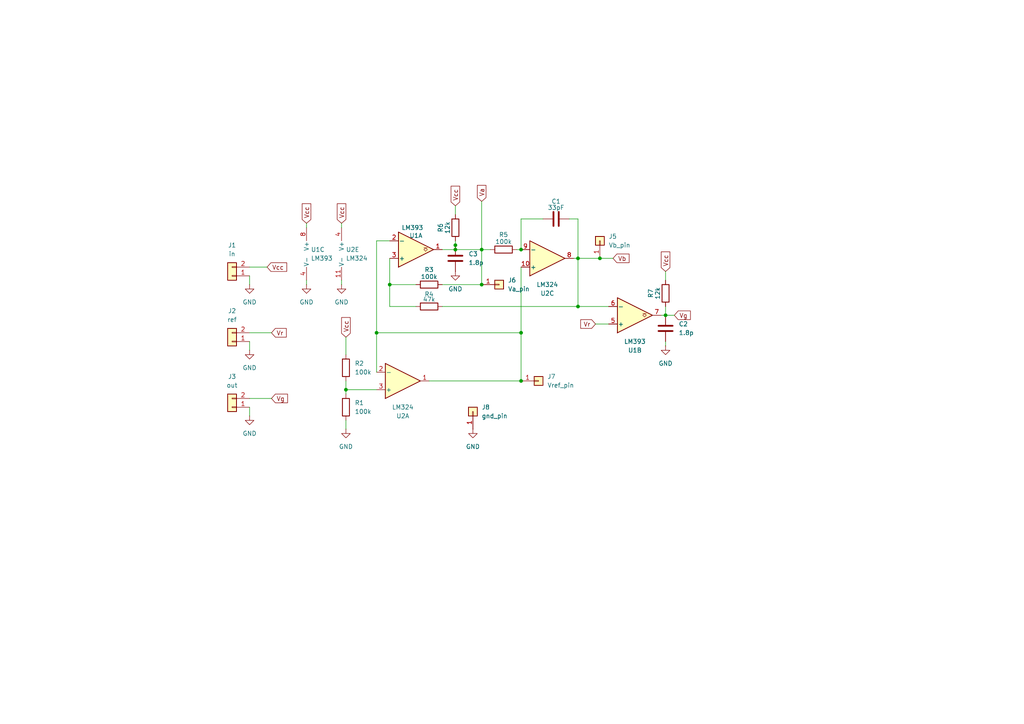
<source format=kicad_sch>
(kicad_sch (version 20250114) (generator "eeschema") (generator_version "9.0")
  (paper "A4")
  (lib_symbols
    (symbol "Amplifier_Operational:LM324" (pin_names (offset 0.127))
      (property "Reference" "U" (at 0 5.08 0))
      (property "Value" "LM324" (at 0 -5.08 0))
      (symbol "LM324_1_1"
        (polyline (pts (xy -5.08 5.08) (xy 5.08 0) (xy -5.08 -5.08) (xy -5.08 5.08)) (stroke (width 0.254)) (fill (type background)))
        (pin input line (at -7.62 2.54 0) (length 2.54) (name "+") (number "3"))
        (pin input line (at -7.62 -2.54 0) (length 2.54) (name "-") (number "2"))
        (pin output line (at 7.62 0 180) (length 2.54) (name "~") (number "1"))
      )
      (symbol "LM324_2_1"
        (polyline (pts (xy -5.08 5.08) (xy 5.08 0) (xy -5.08 -5.08) (xy -5.08 5.08)) (stroke (width 0.254)) (fill (type background)))
        (pin input line (at -7.62 2.54 0) (length 2.54) (name "+") (number "5"))
        (pin input line (at -7.62 -2.54 0) (length 2.54) (name "-") (number "6"))
        (pin output line (at 7.62 0 180) (length 2.54) (name "~") (number "7"))
      )
      (symbol "LM324_3_1"
        (polyline (pts (xy -5.08 5.08) (xy 5.08 0) (xy -5.08 -5.08) (xy -5.08 5.08)) (stroke (width 0.254)) (fill (type background)))
        (pin input line (at -7.62 2.54 0) (length 2.54) (name "+") (number "10"))
        (pin input line (at -7.62 -2.54 0) (length 2.54) (name "-") (number "9"))
        (pin output line (at 7.62 0 180) (length 2.54) (name "~") (number "8"))
      )
      (symbol "LM324_4_1"
        (polyline (pts (xy -5.08 5.08) (xy 5.08 0) (xy -5.08 -5.08) (xy -5.08 5.08)) (stroke (width 0.254)) (fill (type background)))
        (pin input line (at -7.62 2.54 0) (length 2.54) (name "+") (number "12"))
        (pin input line (at -7.62 -2.54 0) (length 2.54) (name "-") (number "13"))
        (pin output line (at 7.62 0 180) (length 2.54) (name "~") (number "14"))
      )
      (symbol "LM324_5_1"
        (pin power_in line (at -2.54 7.62 270) (length 3.81) (name "V+") (number "4"))
        (pin power_in line (at -2.54 -7.62 90) (length 3.81) (name "V-") (number "11"))
      )
    )
    (symbol "Comparator:LM393" (pin_names (offset 0.127))
      (property "Reference" "U" (at 3.81 3.81 0))
      (property "Value" "LM393" (at 6.35 -3.81 0))
      (symbol "LM393_1_1"
        (polyline (pts (xy -5.08 5.08) (xy 5.08 0) (xy -5.08 -5.08) (xy -5.08 5.08)) (stroke (width 0.254)) (fill (type background)))
        (polyline (pts (xy 3.302 -0.508) (xy 2.794 -0.508) (xy 3.302 0) (xy 2.794 0.508) (xy 2.286 0) (xy 2.794 -0.508) (xy 2.286 -0.508)) (stroke (width 0.127)))
        (pin input line (at -7.62 2.54 0) (length 2.54) (name "+") (number "3"))
        (pin input line (at -7.62 -2.54 0) (length 2.54) (name "-") (number "2"))
        (pin open_collector line (at 7.62 0 180) (length 2.54) (name "~") (number "1"))
      )
      (symbol "LM393_2_1"
        (polyline (pts (xy -5.08 5.08) (xy 5.08 0) (xy -5.08 -5.08) (xy -5.08 5.08)) (stroke (width 0.254)) (fill (type background)))
        (polyline (pts (xy 3.302 -0.508) (xy 2.794 -0.508) (xy 3.302 0) (xy 2.794 0.508) (xy 2.286 0) (xy 2.794 -0.508) (xy 2.286 -0.508)) (stroke (width 0.127)))
        (pin input line (at -7.62 2.54 0) (length 2.54) (name "+") (number "5"))
        (pin input line (at -7.62 -2.54 0) (length 2.54) (name "-") (number "6"))
        (pin open_collector line (at 7.62 0 180) (length 2.54) (name "~") (number "7"))
      )
      (symbol "LM393_3_1"
        (pin power_in line (at -2.54 7.62 270) (length 3.81) (name "V+") (number "8"))
        (pin power_in line (at -2.54 -7.62 90) (length 3.81) (name "V-") (number "4"))
      )
    )
    (symbol "Connector_Generic:Conn_01x01" (pin_names (offset 1.016) (hide yes))
      (property "Reference" "J" (at 0 2.54 0))
      (property "Value" "Conn_01x01" (at 0 -2.54 0))
      (symbol "Conn_01x01_1_1"
        (rectangle (start -1.27 1.27) (end 1.27 -1.27) (stroke (width 0.254)) (fill (type background)))
        (rectangle (start -1.27 0.127) (end 0 -0.127) (stroke (width 0.1524)))
        (pin passive line (at -5.08 0 0) (length 3.81) (name "Pin_1") (number "1"))
      )
    )
    (symbol "Connector_Generic:Conn_01x02" (pin_names (offset 1.016) (hide yes))
      (property "Reference" "J" (at 0 2.54 0))
      (property "Value" "Conn_01x02" (at 0 -5.08 0))
      (symbol "Conn_01x02_1_1"
        (rectangle (start -1.27 1.27) (end 1.27 -3.81) (stroke (width 0.254)) (fill (type background)))
        (rectangle (start -1.27 0.127) (end 0 -0.127) (stroke (width 0.1524)))
        (rectangle (start -1.27 -2.413) (end 0 -2.667) (stroke (width 0.1524)))
        (pin passive line (at -5.08 0 0) (length 3.81) (name "Pin_1") (number "1"))
        (pin passive line (at -5.08 -2.54 0) (length 3.81) (name "Pin_2") (number "2"))
      )
    )
    (symbol "Device:C" (pin_numbers (hide yes)) (pin_names (offset 0.254))
      (property "Reference" "C" (at 0.635 2.54 0))
      (property "Value" "C" (at 0.635 -2.54 0))
      (symbol "C_0_1"
        (polyline (pts (xy -2.032 0.762) (xy 2.032 0.762)) (stroke (width 0.508)))
        (polyline (pts (xy -2.032 -0.762) (xy 2.032 -0.762)) (stroke (width 0.508)))
      )
      (symbol "C_1_1"
        (pin passive line (at 0 3.81 270) (length 2.794) (name "~") (number "1"))
        (pin passive line (at 0 -3.81 90) (length 2.794) (name "~") (number "2"))
      )
    )
    (symbol "Device:R" (pin_numbers (hide yes)) (pin_names (offset 0))
      (property "Reference" "R" (at 2.032 0 90))
      (property "Value" "R" (at 0 0 90))
      (symbol "R_0_1"
        (rectangle (start -1.016 -2.54) (end 1.016 2.54) (stroke (width 0.254)))
      )
      (symbol "R_1_1"
        (pin passive line (at 0 3.81 270) (length 1.27) (name "~") (number "1"))
        (pin passive line (at 0 -3.81 90) (length 1.27) (name "~") (number "2"))
      )
    )
    (symbol "power:GND" (power) (pin_numbers (hide yes)) (pin_names (offset 0) (hide yes))
      (property "Value" "GND" (at 0 -3.81 0))
      (symbol "GND_0_1"
        (polyline (pts (xy 0 0) (xy 0 -1.27) (xy 1.27 -1.27) (xy 0 -2.54) (xy -1.27 -1.27) (xy 0 -1.27)))
      )
      (symbol "GND_1_1"
        (pin power_in line (at 0 0 270) (length 0) (name "~") (number "1"))
      )
    )
  )
  (junction (at 167.64 88.9))
  (junction (at 173.99 74.93))
  (junction (at 109.22 96.52))
  (junction (at 193.04 91.44))
  (junction (at 167.64 74.93))
  (junction (at 113.03 82.55))
  (junction (at 100.33 113.03))
  (junction (at 132.08 71.12))
  (junction (at 151.13 110.49))
  (junction (at 132.08 72.39))
  (junction (at 139.7 82.55))
  (junction (at 139.7 72.39))
  (junction (at 151.13 96.52))
  (junction (at 151.13 72.39))
  (wire (pts (xy 167.64 88.9) (xy 176.53 88.9)))
  (wire (pts (xy 139.7 72.39) (xy 132.08 72.39)))
  (wire (pts (xy 193.04 78.74) (xy 193.04 81.28)))
  (wire (pts (xy 167.64 74.93) (xy 173.99 74.93)))
  (wire (pts (xy 72.39 77.47) (xy 77.47 77.47)))
  (wire (pts (xy 167.64 74.93) (xy 167.64 63.5)))
  (wire (pts (xy 88.9 81.28) (xy 88.9 82.55)))
  (wire (pts (xy 124.46 110.49) (xy 151.13 110.49)))
  (wire (pts (xy 151.13 63.5) (xy 151.13 72.39)))
  (wire (pts (xy 128.27 72.39) (xy 132.08 72.39)))
  (wire (pts (xy 100.33 97.79) (xy 100.33 102.87)))
  (wire (pts (xy 109.22 69.85) (xy 113.03 69.85)))
  (wire (pts (xy 100.33 110.49) (xy 100.33 113.03)))
  (wire (pts (xy 167.64 74.93) (xy 167.64 88.9)))
  (wire (pts (xy 72.39 80.01) (xy 72.39 82.55)))
  (wire (pts (xy 109.22 96.52) (xy 109.22 69.85)))
  (wire (pts (xy 151.13 77.47) (xy 151.13 96.52)))
  (wire (pts (xy 113.03 74.93) (xy 113.03 82.55)))
  (wire (pts (xy 109.22 96.52) (xy 109.22 107.95)))
  (wire (pts (xy 193.04 88.9) (xy 193.04 91.44)))
  (wire (pts (xy 132.08 69.85) (xy 132.08 71.12)))
  (wire (pts (xy 172.72 93.98) (xy 176.53 93.98)))
  (wire (pts (xy 193.04 100.33) (xy 193.04 99.06)))
  (wire (pts (xy 72.39 96.52) (xy 78.74 96.52)))
  (wire (pts (xy 139.7 82.55) (xy 139.7 72.39)))
  (wire (pts (xy 99.06 82.55) (xy 99.06 81.28)))
  (wire (pts (xy 100.33 121.92) (xy 100.33 124.46)))
  (wire (pts (xy 173.99 74.93) (xy 177.8 74.93)))
  (wire (pts (xy 72.39 99.06) (xy 72.39 101.6)))
  (wire (pts (xy 88.9 64.77) (xy 88.9 66.04)))
  (wire (pts (xy 193.04 91.44) (xy 195.58 91.44)))
  (wire (pts (xy 113.03 88.9) (xy 120.65 88.9)))
  (wire (pts (xy 72.39 118.11) (xy 72.39 120.65)))
  (wire (pts (xy 132.08 71.12) (xy 132.08 72.39)))
  (wire (pts (xy 100.33 113.03) (xy 109.22 113.03)))
  (wire (pts (xy 166.37 74.93) (xy 167.64 74.93)))
  (wire (pts (xy 139.7 72.39) (xy 142.24 72.39)))
  (wire (pts (xy 191.77 91.44) (xy 193.04 91.44)))
  (wire (pts (xy 151.13 63.5) (xy 157.48 63.5)))
  (wire (pts (xy 72.39 115.57) (xy 78.74 115.57)))
  (wire (pts (xy 128.27 88.9) (xy 167.64 88.9)))
  (wire (pts (xy 113.03 82.55) (xy 120.65 82.55)))
  (wire (pts (xy 113.03 82.55) (xy 113.03 88.9)))
  (wire (pts (xy 100.33 113.03) (xy 100.33 114.3)))
  (wire (pts (xy 139.7 58.42) (xy 139.7 72.39)))
  (wire (pts (xy 99.06 64.77) (xy 99.06 66.04)))
  (wire (pts (xy 109.22 96.52) (xy 151.13 96.52)))
  (wire (pts (xy 165.1 63.5) (xy 167.64 63.5)))
  (wire (pts (xy 128.27 82.55) (xy 139.7 82.55)))
  (wire (pts (xy 132.08 59.69) (xy 132.08 62.23)))
  (wire (pts (xy 151.13 96.52) (xy 151.13 110.49)))
  (wire (pts (xy 149.86 72.39) (xy 151.13 72.39)))
  (global_label "Vcc" (shape input) (at 88.9 64.77 90) (property "Intersheetrefs" "${INTERSHEET_REFS}" (effects (hide yes))))
  (global_label "Vb" (shape input) (at 177.8 74.93 0) (property "Intersheetrefs" "${INTERSHEET_REFS}" (effects (hide yes))))
  (global_label "Vg" (shape input) (at 195.58 91.44 0) (property "Intersheetrefs" "${INTERSHEET_REFS}" (effects (hide yes))))
  (global_label "Vcc" (shape input) (at 99.06 64.77 90) (property "Intersheetrefs" "${INTERSHEET_REFS}" (effects (hide yes))))
  (global_label "Vcc" (shape input) (at 193.04 78.74 90) (property "Intersheetrefs" "${INTERSHEET_REFS}" (effects (hide yes))))
  (global_label "Vcc" (shape input) (at 77.47 77.47 0) (property "Intersheetrefs" "${INTERSHEET_REFS}" (effects (hide yes))))
  (global_label "Vr" (shape input) (at 172.72 93.98 180) (property "Intersheetrefs" "${INTERSHEET_REFS}" (effects (hide yes))))
  (global_label "Vg" (shape input) (at 78.74 115.57 0) (property "Intersheetrefs" "${INTERSHEET_REFS}" (effects (hide yes))))
  (global_label "Vr" (shape input) (at 78.74 96.52 0) (property "Intersheetrefs" "${INTERSHEET_REFS}" (effects (hide yes))))
  (global_label "Va" (shape input) (at 139.7 58.42 90) (property "Intersheetrefs" "${INTERSHEET_REFS}" (effects (hide yes))))
  (global_label "Vcc" (shape input) (at 100.33 97.79 90) (property "Intersheetrefs" "${INTERSHEET_REFS}" (effects (hide yes))))
  (global_label "Vcc" (shape input) (at 132.08 59.69 90) (property "Intersheetrefs" "${INTERSHEET_REFS}" (effects (hide yes))))
  (symbol (lib_id "Amplifier_Operational:LM324") (at 116.84 110.49 0) (mirror x) (unit 1)
    (property "Reference" "U2" (at 116.84 120.65 0))
    (property "Value" "LM324" (at 116.84 118.11 0))
    (property "Footprint" "Package_DIP:DIP-14_W7.62mm" (effects (hide yes)))
    (property "Datasheet" "http://www.ti.com/lit/ds/symlink/lm2902-n.pdf" (effects (hide yes)))
    (property "Description" "Low-Power, Quad-Operational Amplifiers, DIP-14/SOIC-14/SSOP-14" (effects (hide yes)))
  )
  (symbol (lib_id "Comparator:LM393") (at 120.65 72.39 0) (mirror x) (unit 1)
    (property "Reference" "U1" (at 120.65 68.326 0))
    (property "Value" "LM393" (at 119.634 66.04 0))
    (property "Footprint" "Package_DIP:DIP-8_W7.62mm" (effects (hide yes)))
    (property "Datasheet" "http://www.ti.com/lit/ds/symlink/lm393.pdf" (effects (hide yes)))
    (property "Description" "Low-Power, Low-Offset Voltage, Dual Comparators, DIP-8/SOIC-8/TO-99-8" (effects (hide yes)))
  )
  (symbol (lib_id "Amplifier_Operational:LM324") (at 101.6 73.66 0) (unit 5)
    (property "Reference" "U2" (at 100.33 72.3899 0) (effects (justify left)))
    (property "Value" "LM324" (at 100.33 74.9299 0) (effects (justify left)))
    (property "Footprint" "Package_DIP:DIP-14_W7.62mm" (effects (hide yes)))
    (property "Datasheet" "http://www.ti.com/lit/ds/symlink/lm2902-n.pdf" (effects (hide yes)))
    (property "Description" "Low-Power, Quad-Operational Amplifiers, DIP-14/SOIC-14/SSOP-14" (effects (hide yes)))
  )
  (symbol (lib_id "Device:R") (at 132.08 66.04 180) (unit 1)
    (property "Reference" "R6" (at 127.762 66.04 90))
    (property "Value" "12k" (at 129.794 66.04 90))
    (property "Footprint" "Resistor_THT:R_Axial_DIN0204_L3.6mm_D1.6mm_P5.08mm_Horizontal" (effects (hide yes)))
    (property "Description" "Resistor" (effects (hide yes)))
  )
  (symbol (lib_id "Connector_Generic:Conn_01x01") (at 173.99 69.85 90) (unit 1)
    (property "Reference" "J5" (at 176.53 68.5799 90) (effects (justify right)))
    (property "Value" "Vb_pin" (at 176.53 71.1199 90) (effects (justify right)))
    (property "Footprint" "Connector_PinHeader_2.54mm:PinHeader_1x01_P2.54mm_Vertical" (effects (hide yes)))
    (property "Description" "Generic connector, single row, 01x01, script generated (kicad-library-utils/schlib/autogen/connector/)" (effects (hide yes)))
  )
  (symbol (lib_id "Connector_Generic:Conn_01x01") (at 156.21 110.49 0) (unit 1)
    (property "Reference" "J7" (at 158.75 109.2199 0) (effects (justify left)))
    (property "Value" "Vref_pin" (at 158.75 111.7599 0) (effects (justify left)))
    (property "Footprint" "Connector_PinHeader_2.54mm:PinHeader_1x01_P2.54mm_Vertical" (effects (hide yes)))
    (property "Description" "Generic connector, single row, 01x01, script generated (kicad-library-utils/schlib/autogen/connector/)" (effects (hide yes)))
  )
  (symbol (lib_id "power:GND") (at 100.33 124.46 0) (unit 1)
    (property "Reference" "#PWR01" (effects (hide yes)))
    (property "Value" "GND" (at 100.33 129.54 0))
    (property "Description" "Power symbol creates a global label with name \"GND\" , ground" (effects (hide yes)))
  )
  (symbol (lib_id "Device:R") (at 100.33 118.11 0) (unit 1)
    (property "Reference" "R1" (at 102.87 116.8399 0) (effects (justify left)))
    (property "Value" "100k" (at 102.87 119.3799 0) (effects (justify left)))
    (property "Footprint" "Resistor_THT:R_Axial_DIN0204_L3.6mm_D1.6mm_P5.08mm_Horizontal" (effects (hide yes)))
    (property "Description" "Resistor" (effects (hide yes)))
  )
  (symbol (lib_id "Connector_Generic:Conn_01x01") (at 144.78 82.55 0) (unit 1)
    (property "Reference" "J6" (at 147.32 81.2799 0) (effects (justify left)))
    (property "Value" "Va_pin" (at 147.32 83.8199 0) (effects (justify left)))
    (property "Footprint" "Connector_PinHeader_2.54mm:PinHeader_1x01_P2.54mm_Vertical" (effects (hide yes)))
    (property "Description" "Generic connector, single row, 01x01, script generated (kicad-library-utils/schlib/autogen/connector/)" (effects (hide yes)))
  )
  (symbol (lib_id "Device:R") (at 124.46 88.9 90) (unit 1)
    (property "Reference" "R4" (at 124.46 85.344 90))
    (property "Value" "47k" (at 124.46 86.868 90))
    (property "Footprint" "Resistor_THT:R_Axial_DIN0204_L3.6mm_D1.6mm_P5.08mm_Horizontal" (effects (hide yes)))
    (property "Description" "Resistor" (effects (hide yes)))
  )
  (symbol (lib_id "Device:R") (at 193.04 85.09 180) (unit 1)
    (property "Reference" "R7" (at 188.722 85.09 90))
    (property "Value" "12k" (at 190.754 85.09 90))
    (property "Footprint" "Resistor_THT:R_Axial_DIN0204_L3.6mm_D1.6mm_P5.08mm_Horizontal" (effects (hide yes)))
    (property "Description" "Resistor" (effects (hide yes)))
  )
  (symbol (lib_id "Device:C") (at 193.04 95.25 0) (unit 1)
    (property "Reference" "C2" (at 196.85 93.9799 0) (effects (justify left)))
    (property "Value" "1.8p" (at 196.85 96.5199 0) (effects (justify left)))
    (property "Footprint" "Capacitor_THT:C_Disc_D3.0mm_W1.6mm_P2.50mm" (effects (hide yes)))
    (property "Description" "Unpolarized capacitor" (effects (hide yes)))
  )
  (symbol (lib_id "Amplifier_Operational:LM324") (at 158.75 74.93 0) (mirror x) (unit 3)
    (property "Reference" "U2" (at 158.75 85.09 0))
    (property "Value" "LM324" (at 158.75 82.55 0))
    (property "Footprint" "Package_DIP:DIP-14_W7.62mm" (effects (hide yes)))
    (property "Datasheet" "http://www.ti.com/lit/ds/symlink/lm2902-n.pdf" (effects (hide yes)))
    (property "Description" "Low-Power, Quad-Operational Amplifiers, DIP-14/SOIC-14/SSOP-14" (effects (hide yes)))
  )
  (symbol (lib_id "power:GND") (at 193.04 100.33 0) (unit 1)
    (property "Reference" "#PWR02" (effects (hide yes)))
    (property "Value" "GND" (at 193.04 105.41 0))
    (property "Description" "Power symbol creates a global label with name \"GND\" , ground" (effects (hide yes)))
  )
  (symbol (lib_id "Comparator:LM393") (at 91.44 73.66 0) (unit 3)
    (property "Reference" "U1" (at 90.17 72.3899 0) (effects (justify left)))
    (property "Value" "LM393" (at 90.17 74.9299 0) (effects (justify left)))
    (property "Footprint" "Package_DIP:DIP-8_W7.62mm" (effects (hide yes)))
    (property "Datasheet" "http://www.ti.com/lit/ds/symlink/lm393.pdf" (effects (hide yes)))
    (property "Description" "Low-Power, Low-Offset Voltage, Dual Comparators, DIP-8/SOIC-8/TO-99-8" (effects (hide yes)))
  )
  (symbol (lib_id "power:GND") (at 137.16 124.46 0) (unit 1)
    (property "Reference" "#PWR09" (effects (hide yes)))
    (property "Value" "GND" (at 137.16 129.54 0))
    (property "Description" "Power symbol creates a global label with name \"GND\" , ground" (effects (hide yes)))
  )
  (symbol (lib_id "Device:R") (at 100.33 106.68 0) (unit 1)
    (property "Reference" "R2" (at 102.87 105.4099 0) (effects (justify left)))
    (property "Value" "100k" (at 102.87 107.9499 0) (effects (justify left)))
    (property "Footprint" "Resistor_THT:R_Axial_DIN0204_L3.6mm_D1.6mm_P5.08mm_Horizontal" (effects (hide yes)))
    (property "Description" "Resistor" (effects (hide yes)))
  )
  (symbol (lib_id "Device:C") (at 132.08 74.93 0) (unit 1)
    (property "Reference" "C3" (at 135.89 73.6599 0) (effects (justify left)))
    (property "Value" "1.8p" (at 135.89 76.1999 0) (effects (justify left)))
    (property "Footprint" "Capacitor_THT:C_Disc_D3.0mm_W1.6mm_P2.50mm" (effects (hide yes)))
    (property "Description" "Unpolarized capacitor" (effects (hide yes)))
  )
  (symbol (lib_id "Device:C") (at 161.29 63.5 90) (unit 1)
    (property "Reference" "C1" (at 161.29 58.42 90))
    (property "Value" "33pF" (at 161.29 60.198 90))
    (property "Footprint" "Capacitor_THT:C_Disc_D3.0mm_W1.6mm_P2.50mm" (effects (hide yes)))
    (property "Description" "Unpolarized capacitor" (effects (hide yes)))
  )
  (symbol (lib_id "Device:R") (at 146.05 72.39 90) (unit 1)
    (property "Reference" "R5" (at 146.05 68.072 90))
    (property "Value" "100k" (at 146.05 70.104 90))
    (property "Footprint" "Potentiometer_THT:Potentiometer_Bourns_3296W_Vertical" (effects (hide yes)))
    (property "Description" "Resistor" (effects (hide yes)))
  )
  (symbol (lib_id "Connector_Generic:Conn_01x01") (at 137.16 119.38 90) (unit 1)
    (property "Reference" "J8" (at 139.7 118.1099 90) (effects (justify right)))
    (property "Value" "gnd_pin" (at 139.7 120.6499 90) (effects (justify right)))
    (property "Footprint" "Connector_PinHeader_2.54mm:PinHeader_1x01_P2.54mm_Vertical" (effects (hide yes)))
    (property "Description" "Generic connector, single row, 01x01, script generated (kicad-library-utils/schlib/autogen/connector/)" (effects (hide yes)))
  )
  (symbol (lib_id "Connector_Generic:Conn_01x02") (at 67.31 99.06 180) (unit 1)
    (property "Reference" "J2" (at 67.31 90.17 0))
    (property "Value" "ref" (at 67.31 92.71 0))
    (property "Footprint" "TerminalBlock_Phoenix:TerminalBlock_Phoenix_MKDS-1,5-2-5.08_1x02_P5.08mm_Horizontal" (effects (hide yes)))
    (property "Description" "Generic connector, single row, 01x02, script generated (kicad-library-utils/schlib/autogen/connector/)" (effects (hide yes)))
  )
  (symbol (lib_id "power:GND") (at 72.39 82.55 0) (unit 1)
    (property "Reference" "#PWR04" (effects (hide yes)))
    (property "Value" "GND" (at 72.39 87.63 0))
    (property "Description" "Power symbol creates a global label with name \"GND\" , ground" (effects (hide yes)))
  )
  (symbol (lib_id "power:GND") (at 132.08 78.74 0) (unit 1)
    (property "Reference" "#PWR08" (effects (hide yes)))
    (property "Value" "GND" (at 132.08 83.82 0))
    (property "Description" "Power symbol creates a global label with name \"GND\" , ground" (effects (hide yes)))
  )
  (symbol (lib_id "power:GND") (at 99.06 82.55 0) (unit 1)
    (property "Reference" "#PWR03" (effects (hide yes)))
    (property "Value" "GND" (at 99.06 87.63 0))
    (property "Description" "Power symbol creates a global label with name \"GND\" , ground" (effects (hide yes)))
  )
  (symbol (lib_id "Device:R") (at 124.46 82.55 90) (unit 1)
    (property "Reference" "R3" (at 124.46 78.232 90))
    (property "Value" "100k" (at 124.46 80.264 90))
    (property "Footprint" "Resistor_THT:R_Axial_DIN0204_L3.6mm_D1.6mm_P5.08mm_Horizontal" (effects (hide yes)))
    (property "Description" "Resistor" (effects (hide yes)))
  )
  (symbol (lib_id "Connector_Generic:Conn_01x02") (at 67.31 118.11 180) (unit 1)
    (property "Reference" "J3" (at 67.31 109.22 0))
    (property "Value" "out" (at 67.31 111.76 0))
    (property "Footprint" "TerminalBlock_Phoenix:TerminalBlock_Phoenix_MKDS-1,5-2-5.08_1x02_P5.08mm_Horizontal" (effects (hide yes)))
    (property "Description" "Generic connector, single row, 01x02, script generated (kicad-library-utils/schlib/autogen/connector/)" (effects (hide yes)))
  )
  (symbol (lib_id "power:GND") (at 72.39 120.65 0) (unit 1)
    (property "Reference" "#PWR06" (effects (hide yes)))
    (property "Value" "GND" (at 72.39 125.73 0))
    (property "Description" "Power symbol creates a global label with name \"GND\" , ground" (effects (hide yes)))
  )
  (symbol (lib_id "power:GND") (at 88.9 82.55 0) (unit 1)
    (property "Reference" "#PWR07" (effects (hide yes)))
    (property "Value" "GND" (at 88.9 87.63 0))
    (property "Description" "Power symbol creates a global label with name \"GND\" , ground" (effects (hide yes)))
  )
  (symbol (lib_id "power:GND") (at 72.39 101.6 0) (unit 1)
    (property "Reference" "#PWR05" (effects (hide yes)))
    (property "Value" "GND" (at 72.39 106.68 0))
    (property "Description" "Power symbol creates a global label with name \"GND\" , ground" (effects (hide yes)))
  )
  (symbol (lib_id "Comparator:LM393") (at 184.15 91.44 0) (mirror x) (unit 2)
    (property "Reference" "U1" (at 184.15 101.6 0))
    (property "Value" "LM393" (at 184.15 99.06 0))
    (property "Footprint" "Package_DIP:DIP-8_W7.62mm" (effects (hide yes)))
    (property "Datasheet" "http://www.ti.com/lit/ds/symlink/lm393.pdf" (effects (hide yes)))
    (property "Description" "Low-Power, Low-Offset Voltage, Dual Comparators, DIP-8/SOIC-8/TO-99-8" (effects (hide yes)))
  )
  (symbol (lib_id "Connector_Generic:Conn_01x02") (at 67.31 80.01 180) (unit 1)
    (property "Reference" "J1" (at 67.31 71.12 0))
    (property "Value" "in" (at 67.31 73.66 0))
    (property "Footprint" "TerminalBlock_Phoenix:TerminalBlock_Phoenix_MKDS-1,5-2-5.08_1x02_P5.08mm_Horizontal" (effects (hide yes)))
    (property "Description" "Generic connector, single row, 01x02, script generated (kicad-library-utils/schlib/autogen/connector/)" (effects (hide yes)))
  )
)
</source>
